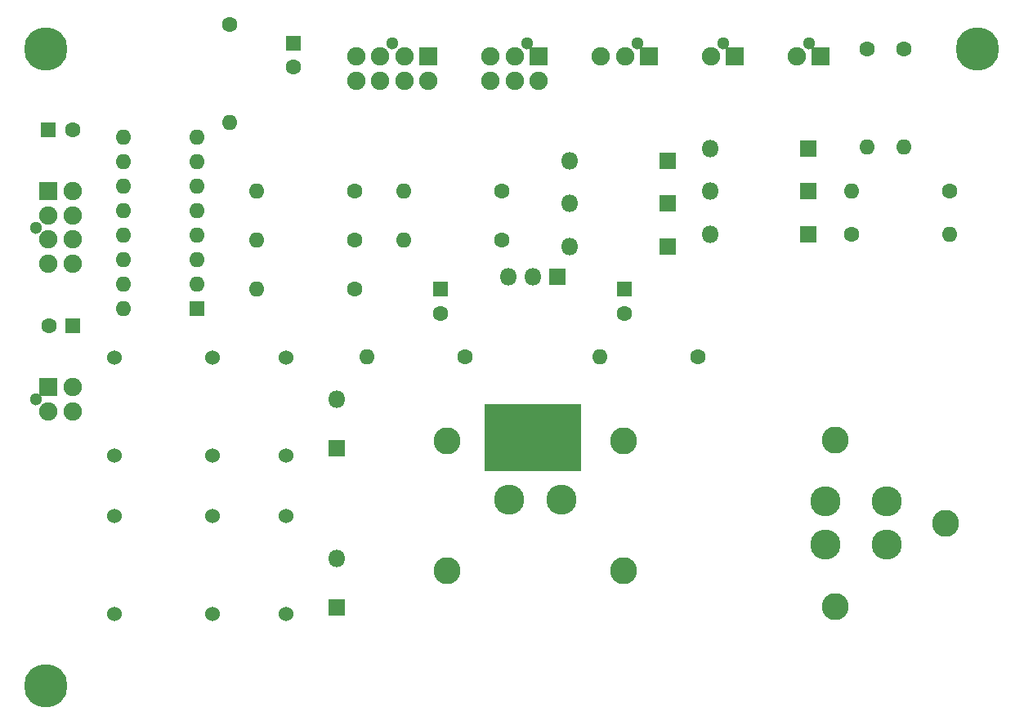
<source format=gbr>
G04 #@! TF.FileFunction,Soldermask,Bot*
%FSLAX46Y46*%
G04 Gerber Fmt 4.6, Leading zero omitted, Abs format (unit mm)*
G04 Created by KiCad (PCBNEW 4.0.7) date 03/04/18 13:02:16*
%MOMM*%
%LPD*%
G01*
G04 APERTURE LIST*
%ADD10C,0.100000*%
%ADD11C,4.500000*%
%ADD12C,1.600000*%
%ADD13O,1.600000X1.600000*%
%ADD14R,1.800000X1.800000*%
%ADD15O,1.800000X1.800000*%
%ADD16R,1.900000X1.900000*%
%ADD17C,1.900000*%
%ADD18C,1.300000*%
%ADD19R,1.600000X1.600000*%
%ADD20C,2.790000*%
%ADD21C,3.120000*%
%ADD22R,10.000000X7.000000*%
%ADD23C,1.524000*%
G04 APERTURE END LIST*
D10*
D11*
X221996000Y-56388000D03*
D12*
X157480000Y-71120000D03*
D13*
X147320000Y-71120000D03*
D12*
X172720000Y-71120000D03*
D13*
X162560000Y-71120000D03*
D12*
X193040000Y-88265000D03*
D13*
X182880000Y-88265000D03*
D12*
X219075000Y-71120000D03*
D13*
X208915000Y-71120000D03*
D12*
X168910000Y-88265000D03*
D13*
X158750000Y-88265000D03*
D12*
X157480000Y-76200000D03*
D13*
X147320000Y-76200000D03*
D12*
X172720000Y-76200000D03*
D13*
X162560000Y-76200000D03*
D12*
X214376000Y-56388000D03*
D13*
X214376000Y-66548000D03*
D12*
X157480000Y-81280000D03*
D13*
X147320000Y-81280000D03*
D12*
X208915000Y-75565000D03*
D13*
X219075000Y-75565000D03*
D12*
X210566000Y-56388000D03*
D13*
X210566000Y-66548000D03*
D12*
X144526000Y-53848000D03*
D13*
X144526000Y-64008000D03*
D14*
X189865000Y-67945000D03*
D15*
X179705000Y-67945000D03*
D14*
X204470000Y-66675000D03*
D15*
X194310000Y-66675000D03*
D14*
X189865000Y-72390000D03*
D15*
X179705000Y-72390000D03*
D14*
X204470000Y-71120000D03*
D15*
X194310000Y-71120000D03*
D14*
X189865000Y-76835000D03*
D15*
X179705000Y-76835000D03*
D14*
X204470000Y-75565000D03*
D15*
X194310000Y-75565000D03*
D16*
X125730000Y-91440000D03*
D17*
X125730000Y-93940000D03*
X128230000Y-91440000D03*
X128230000Y-93940000D03*
D18*
X124390000Y-92690000D03*
D19*
X166370000Y-81280000D03*
D12*
X166370000Y-83780000D03*
D19*
X185420000Y-81280000D03*
D12*
X185420000Y-83780000D03*
D19*
X125730000Y-64770000D03*
D12*
X128230000Y-64770000D03*
D19*
X128270000Y-85090000D03*
D12*
X125770000Y-85090000D03*
D19*
X151130000Y-55753000D03*
D12*
X151130000Y-58253000D03*
D11*
X125476000Y-122428000D03*
X125476000Y-56388000D03*
D20*
X185315000Y-96980000D03*
X185315000Y-110490000D03*
X167005000Y-96980000D03*
D21*
X173435000Y-103090000D03*
X178885000Y-103090000D03*
D20*
X167005000Y-110490000D03*
D22*
X175895000Y-96670000D03*
D14*
X178435000Y-80010000D03*
D15*
X175895000Y-80010000D03*
X173355000Y-80010000D03*
D20*
X207264000Y-114187000D03*
X207264000Y-96887000D03*
D21*
X212594000Y-103312000D03*
X212594000Y-107762000D03*
X206244000Y-103312000D03*
X206244000Y-107762000D03*
D20*
X218694000Y-105537000D03*
D23*
X132588000Y-114935000D03*
X142748000Y-114935000D03*
X150368000Y-114935000D03*
X132588000Y-104775000D03*
X142748000Y-104775000D03*
X150368000Y-104775000D03*
X132588000Y-98552000D03*
X142748000Y-98552000D03*
X150368000Y-98552000D03*
X132588000Y-88392000D03*
X142748000Y-88392000D03*
X150368000Y-88392000D03*
D19*
X141097000Y-83312000D03*
D13*
X133477000Y-65532000D03*
X141097000Y-80772000D03*
X133477000Y-68072000D03*
X141097000Y-78232000D03*
X133477000Y-70612000D03*
X141097000Y-75692000D03*
X133477000Y-73152000D03*
X141097000Y-73152000D03*
X133477000Y-75692000D03*
X141097000Y-70612000D03*
X133477000Y-78232000D03*
X141097000Y-68072000D03*
X133477000Y-80772000D03*
X141097000Y-65532000D03*
X133477000Y-83312000D03*
D16*
X205740000Y-57150000D03*
D17*
X203240000Y-57150000D03*
D18*
X204490000Y-55810000D03*
D16*
X187960000Y-57150000D03*
D17*
X185460000Y-57150000D03*
X182960000Y-57150000D03*
D18*
X186710000Y-55810000D03*
D16*
X176530000Y-57150000D03*
D17*
X174030000Y-57150000D03*
X171530000Y-57150000D03*
X176530000Y-59650000D03*
X174030000Y-59650000D03*
X171530000Y-59650000D03*
D18*
X175280000Y-55810000D03*
D16*
X165100000Y-57150000D03*
D17*
X162600000Y-57150000D03*
X160100000Y-57150000D03*
X157600000Y-57150000D03*
X165100000Y-59650000D03*
X162600000Y-59650000D03*
X160100000Y-59650000D03*
X157600000Y-59650000D03*
D18*
X161350000Y-55810000D03*
D16*
X125730000Y-71120000D03*
D17*
X125730000Y-73620000D03*
X125730000Y-76120000D03*
X125730000Y-78620000D03*
X128230000Y-71120000D03*
X128230000Y-73620000D03*
X128230000Y-76120000D03*
X128230000Y-78620000D03*
D18*
X124390000Y-74870000D03*
D14*
X155575000Y-97790000D03*
D15*
X155575000Y-92710000D03*
D14*
X155575000Y-114300000D03*
D15*
X155575000Y-109220000D03*
D16*
X196850000Y-57150000D03*
D17*
X194350000Y-57150000D03*
D18*
X195600000Y-55810000D03*
M02*

</source>
